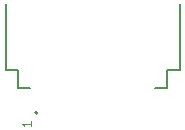
<source format=gbr>
G04 #@! TF.GenerationSoftware,KiCad,Pcbnew,8.0.4*
G04 #@! TF.CreationDate,2024-12-13T15:25:53-05:00*
G04 #@! TF.ProjectId,LoomRide-v2,4c6f6f6d-5269-4646-952d-76322e6b6963,rev?*
G04 #@! TF.SameCoordinates,Original*
G04 #@! TF.FileFunction,Legend,Top*
G04 #@! TF.FilePolarity,Positive*
%FSLAX46Y46*%
G04 Gerber Fmt 4.6, Leading zero omitted, Abs format (unit mm)*
G04 Created by KiCad (PCBNEW 8.0.4) date 2024-12-13 15:25:53*
%MOMM*%
%LPD*%
G01*
G04 APERTURE LIST*
%ADD10C,0.100000*%
%ADD11C,0.200000*%
G04 APERTURE END LIST*
D10*
X-5183104Y-12024687D02*
X-5183104Y-12481830D01*
X-5183104Y-12253258D02*
X-5983104Y-12253258D01*
X-5983104Y-12253258D02*
X-5868819Y-12329449D01*
X-5868819Y-12329449D02*
X-5792628Y-12405639D01*
X-5792628Y-12405639D02*
X-5754533Y-12481830D01*
D11*
X-7346000Y-2126000D02*
X-7346000Y-7746000D01*
X-7346000Y-7746000D02*
X-6311000Y-7746000D01*
X-6311000Y-7746000D02*
X-6311000Y-9246000D01*
X-6311000Y-9246000D02*
X-5316000Y-9246000D01*
X5324000Y-9246000D02*
X6319000Y-9246000D01*
X6319000Y-7746000D02*
X7354000Y-7746000D01*
X6319000Y-9246000D02*
X6319000Y-7746000D01*
X7404000Y-2126000D02*
X7404000Y-7746000D01*
X-4646000Y-11326000D02*
G75*
G02*
X-4846000Y-11326000I-100000J0D01*
G01*
X-4846000Y-11326000D02*
G75*
G02*
X-4646000Y-11326000I100000J0D01*
G01*
M02*

</source>
